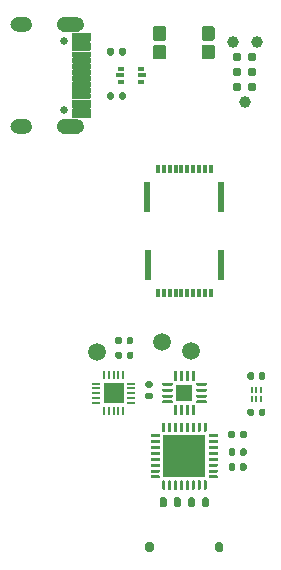
<source format=gts>
G04 #@! TF.GenerationSoftware,KiCad,Pcbnew,8.0.5-8.0.5-0~ubuntu20.04.1*
G04 #@! TF.CreationDate,2025-01-20T10:50:09+00:00*
G04 #@! TF.ProjectId,servo,73657276-6f2e-46b6-9963-61645f706362,rev?*
G04 #@! TF.SameCoordinates,Original*
G04 #@! TF.FileFunction,Soldermask,Top*
G04 #@! TF.FilePolarity,Negative*
%FSLAX46Y46*%
G04 Gerber Fmt 4.6, Leading zero omitted, Abs format (unit mm)*
G04 Created by KiCad (PCBNEW 8.0.5-8.0.5-0~ubuntu20.04.1) date 2025-01-20 10:50:09*
%MOMM*%
%LPD*%
G01*
G04 APERTURE LIST*
%ADD10C,0.000000*%
%ADD11R,0.350000X0.800000*%
%ADD12R,0.600000X2.600000*%
%ADD13C,1.500000*%
%ADD14R,3.600000X3.600000*%
%ADD15R,0.500000X0.375000*%
%ADD16R,0.650000X0.300000*%
%ADD17R,0.280000X0.530000*%
%ADD18R,1.450000X1.450000*%
%ADD19R,0.800000X0.200000*%
%ADD20R,0.200000X0.800000*%
%ADD21R,1.800000X1.800000*%
%ADD22C,0.650000*%
%ADD23C,0.990600*%
%ADD24C,0.787400*%
G04 APERTURE END LIST*
D10*
G36*
X36632909Y-18199006D02*
G01*
X36779688Y-18259092D01*
X36905915Y-18355119D01*
X37003193Y-18480811D01*
X37085691Y-18783666D01*
X37064289Y-18941178D01*
X37002987Y-19087455D01*
X36905915Y-19212881D01*
X36779688Y-19308908D01*
X36632909Y-19368994D01*
X36475917Y-19389000D01*
X35875262Y-19389000D01*
X35719715Y-19367860D01*
X35574645Y-19307057D01*
X35450255Y-19210780D01*
X35355022Y-19085588D01*
X35295435Y-18940015D01*
X35275560Y-18784000D01*
X35295435Y-18627985D01*
X35355022Y-18482412D01*
X35450255Y-18357220D01*
X35574911Y-18260737D01*
X35874931Y-18179000D01*
X36475917Y-18179000D01*
X36632909Y-18199006D01*
G37*
G36*
X36632909Y-26835006D02*
G01*
X36779688Y-26895092D01*
X36905915Y-26991119D01*
X37003193Y-27116811D01*
X37085691Y-27419666D01*
X37064289Y-27577178D01*
X37002987Y-27723455D01*
X36905915Y-27848881D01*
X36779688Y-27944908D01*
X36632909Y-28004994D01*
X36475917Y-28025000D01*
X35875262Y-28025000D01*
X35719715Y-28003860D01*
X35574645Y-27943057D01*
X35450255Y-27846780D01*
X35355022Y-27721588D01*
X35295435Y-27576015D01*
X35275560Y-27420000D01*
X35295435Y-27263985D01*
X35355022Y-27118412D01*
X35450255Y-26993220D01*
X35574911Y-26896737D01*
X35874931Y-26815000D01*
X36475917Y-26815000D01*
X36632909Y-26835006D01*
G37*
G36*
X41105795Y-18200684D02*
G01*
X41244026Y-18264354D01*
X41361066Y-18361632D01*
X41449137Y-18486161D01*
X41515652Y-18779669D01*
X41501664Y-18931350D01*
X41448942Y-19074114D01*
X41361066Y-19198368D01*
X41244026Y-19295646D01*
X41105795Y-19359316D01*
X40956026Y-19385000D01*
X39755152Y-19385000D01*
X39606826Y-19358178D01*
X39470306Y-19293791D01*
X39355103Y-19196264D01*
X39269067Y-19072243D01*
X39218062Y-18930181D01*
X39205583Y-18780000D01*
X39218062Y-18629819D01*
X39269067Y-18487757D01*
X39355103Y-18363736D01*
X39470562Y-18265991D01*
X39754819Y-18175000D01*
X40956026Y-18175000D01*
X41105795Y-18200684D01*
G37*
G36*
X41105795Y-26840684D02*
G01*
X41244026Y-26904354D01*
X41361066Y-27001632D01*
X41449137Y-27126161D01*
X41515652Y-27419669D01*
X41501664Y-27571350D01*
X41448942Y-27714114D01*
X41361066Y-27838368D01*
X41244026Y-27935646D01*
X41105795Y-27999316D01*
X40956026Y-28025000D01*
X39755152Y-28025000D01*
X39606826Y-27998178D01*
X39470306Y-27933791D01*
X39355103Y-27836264D01*
X39269067Y-27712243D01*
X39218062Y-27570181D01*
X39205583Y-27420000D01*
X39218062Y-27269819D01*
X39269067Y-27127757D01*
X39355103Y-27003736D01*
X39470562Y-26905991D01*
X39754819Y-26815000D01*
X40956026Y-26815000D01*
X41105795Y-26840684D01*
G37*
D11*
X47750000Y-41562500D03*
X48250000Y-41562500D03*
X48750000Y-41562500D03*
X49250000Y-41562500D03*
X49750000Y-41562500D03*
X50250000Y-41562500D03*
X50750000Y-41562500D03*
X51250000Y-41562500D03*
X51750000Y-41562500D03*
X52250000Y-41562500D03*
D12*
X53130000Y-39162500D03*
X46880000Y-39162500D03*
D13*
X48100000Y-45700000D03*
G36*
G01*
X51687500Y-52500000D02*
X51812500Y-52500000D01*
G75*
G02*
X51875000Y-52562500I0J-62500D01*
G01*
X51875000Y-53237500D01*
G75*
G02*
X51812500Y-53300000I-62500J0D01*
G01*
X51687500Y-53300000D01*
G75*
G02*
X51625000Y-53237500I0J62500D01*
G01*
X51625000Y-52562500D01*
G75*
G02*
X51687500Y-52500000I62500J0D01*
G01*
G37*
G36*
G01*
X51187500Y-52500000D02*
X51312500Y-52500000D01*
G75*
G02*
X51375000Y-52562500I0J-62500D01*
G01*
X51375000Y-53237500D01*
G75*
G02*
X51312500Y-53300000I-62500J0D01*
G01*
X51187500Y-53300000D01*
G75*
G02*
X51125000Y-53237500I0J62500D01*
G01*
X51125000Y-52562500D01*
G75*
G02*
X51187500Y-52500000I62500J0D01*
G01*
G37*
G36*
G01*
X50687500Y-52500000D02*
X50812500Y-52500000D01*
G75*
G02*
X50875000Y-52562500I0J-62500D01*
G01*
X50875000Y-53237500D01*
G75*
G02*
X50812500Y-53300000I-62500J0D01*
G01*
X50687500Y-53300000D01*
G75*
G02*
X50625000Y-53237500I0J62500D01*
G01*
X50625000Y-52562500D01*
G75*
G02*
X50687500Y-52500000I62500J0D01*
G01*
G37*
G36*
G01*
X50187500Y-52500000D02*
X50312500Y-52500000D01*
G75*
G02*
X50375000Y-52562500I0J-62500D01*
G01*
X50375000Y-53237500D01*
G75*
G02*
X50312500Y-53300000I-62500J0D01*
G01*
X50187500Y-53300000D01*
G75*
G02*
X50125000Y-53237500I0J62500D01*
G01*
X50125000Y-52562500D01*
G75*
G02*
X50187500Y-52500000I62500J0D01*
G01*
G37*
G36*
G01*
X49687500Y-52500000D02*
X49812500Y-52500000D01*
G75*
G02*
X49875000Y-52562500I0J-62500D01*
G01*
X49875000Y-53237500D01*
G75*
G02*
X49812500Y-53300000I-62500J0D01*
G01*
X49687500Y-53300000D01*
G75*
G02*
X49625000Y-53237500I0J62500D01*
G01*
X49625000Y-52562500D01*
G75*
G02*
X49687500Y-52500000I62500J0D01*
G01*
G37*
G36*
G01*
X49187500Y-52500000D02*
X49312500Y-52500000D01*
G75*
G02*
X49375000Y-52562500I0J-62500D01*
G01*
X49375000Y-53237500D01*
G75*
G02*
X49312500Y-53300000I-62500J0D01*
G01*
X49187500Y-53300000D01*
G75*
G02*
X49125000Y-53237500I0J62500D01*
G01*
X49125000Y-52562500D01*
G75*
G02*
X49187500Y-52500000I62500J0D01*
G01*
G37*
G36*
G01*
X48687500Y-52500000D02*
X48812500Y-52500000D01*
G75*
G02*
X48875000Y-52562500I0J-62500D01*
G01*
X48875000Y-53237500D01*
G75*
G02*
X48812500Y-53300000I-62500J0D01*
G01*
X48687500Y-53300000D01*
G75*
G02*
X48625000Y-53237500I0J62500D01*
G01*
X48625000Y-52562500D01*
G75*
G02*
X48687500Y-52500000I62500J0D01*
G01*
G37*
G36*
G01*
X48187500Y-52500000D02*
X48312500Y-52500000D01*
G75*
G02*
X48375000Y-52562500I0J-62500D01*
G01*
X48375000Y-53237500D01*
G75*
G02*
X48312500Y-53300000I-62500J0D01*
G01*
X48187500Y-53300000D01*
G75*
G02*
X48125000Y-53237500I0J62500D01*
G01*
X48125000Y-52562500D01*
G75*
G02*
X48187500Y-52500000I62500J0D01*
G01*
G37*
G36*
G01*
X47212500Y-53475000D02*
X47887500Y-53475000D01*
G75*
G02*
X47950000Y-53537500I0J-62500D01*
G01*
X47950000Y-53662500D01*
G75*
G02*
X47887500Y-53725000I-62500J0D01*
G01*
X47212500Y-53725000D01*
G75*
G02*
X47150000Y-53662500I0J62500D01*
G01*
X47150000Y-53537500D01*
G75*
G02*
X47212500Y-53475000I62500J0D01*
G01*
G37*
G36*
G01*
X47212500Y-53975000D02*
X47887500Y-53975000D01*
G75*
G02*
X47950000Y-54037500I0J-62500D01*
G01*
X47950000Y-54162500D01*
G75*
G02*
X47887500Y-54225000I-62500J0D01*
G01*
X47212500Y-54225000D01*
G75*
G02*
X47150000Y-54162500I0J62500D01*
G01*
X47150000Y-54037500D01*
G75*
G02*
X47212500Y-53975000I62500J0D01*
G01*
G37*
G36*
G01*
X47212500Y-54475000D02*
X47887500Y-54475000D01*
G75*
G02*
X47950000Y-54537500I0J-62500D01*
G01*
X47950000Y-54662500D01*
G75*
G02*
X47887500Y-54725000I-62500J0D01*
G01*
X47212500Y-54725000D01*
G75*
G02*
X47150000Y-54662500I0J62500D01*
G01*
X47150000Y-54537500D01*
G75*
G02*
X47212500Y-54475000I62500J0D01*
G01*
G37*
G36*
G01*
X47212500Y-54975000D02*
X47887500Y-54975000D01*
G75*
G02*
X47950000Y-55037500I0J-62500D01*
G01*
X47950000Y-55162500D01*
G75*
G02*
X47887500Y-55225000I-62500J0D01*
G01*
X47212500Y-55225000D01*
G75*
G02*
X47150000Y-55162500I0J62500D01*
G01*
X47150000Y-55037500D01*
G75*
G02*
X47212500Y-54975000I62500J0D01*
G01*
G37*
G36*
G01*
X47212500Y-55475000D02*
X47887500Y-55475000D01*
G75*
G02*
X47950000Y-55537500I0J-62500D01*
G01*
X47950000Y-55662500D01*
G75*
G02*
X47887500Y-55725000I-62500J0D01*
G01*
X47212500Y-55725000D01*
G75*
G02*
X47150000Y-55662500I0J62500D01*
G01*
X47150000Y-55537500D01*
G75*
G02*
X47212500Y-55475000I62500J0D01*
G01*
G37*
G36*
G01*
X47212500Y-55975000D02*
X47887500Y-55975000D01*
G75*
G02*
X47950000Y-56037500I0J-62500D01*
G01*
X47950000Y-56162500D01*
G75*
G02*
X47887500Y-56225000I-62500J0D01*
G01*
X47212500Y-56225000D01*
G75*
G02*
X47150000Y-56162500I0J62500D01*
G01*
X47150000Y-56037500D01*
G75*
G02*
X47212500Y-55975000I62500J0D01*
G01*
G37*
G36*
G01*
X47212500Y-56475000D02*
X47887500Y-56475000D01*
G75*
G02*
X47950000Y-56537500I0J-62500D01*
G01*
X47950000Y-56662500D01*
G75*
G02*
X47887500Y-56725000I-62500J0D01*
G01*
X47212500Y-56725000D01*
G75*
G02*
X47150000Y-56662500I0J62500D01*
G01*
X47150000Y-56537500D01*
G75*
G02*
X47212500Y-56475000I62500J0D01*
G01*
G37*
G36*
G01*
X47212500Y-56975000D02*
X47887500Y-56975000D01*
G75*
G02*
X47950000Y-57037500I0J-62500D01*
G01*
X47950000Y-57162500D01*
G75*
G02*
X47887500Y-57225000I-62500J0D01*
G01*
X47212500Y-57225000D01*
G75*
G02*
X47150000Y-57162500I0J62500D01*
G01*
X47150000Y-57037500D01*
G75*
G02*
X47212500Y-56975000I62500J0D01*
G01*
G37*
G36*
G01*
X48187500Y-57400000D02*
X48312500Y-57400000D01*
G75*
G02*
X48375000Y-57462500I0J-62500D01*
G01*
X48375000Y-58137500D01*
G75*
G02*
X48312500Y-58200000I-62500J0D01*
G01*
X48187500Y-58200000D01*
G75*
G02*
X48125000Y-58137500I0J62500D01*
G01*
X48125000Y-57462500D01*
G75*
G02*
X48187500Y-57400000I62500J0D01*
G01*
G37*
G36*
G01*
X48687500Y-57400000D02*
X48812500Y-57400000D01*
G75*
G02*
X48875000Y-57462500I0J-62500D01*
G01*
X48875000Y-58137500D01*
G75*
G02*
X48812500Y-58200000I-62500J0D01*
G01*
X48687500Y-58200000D01*
G75*
G02*
X48625000Y-58137500I0J62500D01*
G01*
X48625000Y-57462500D01*
G75*
G02*
X48687500Y-57400000I62500J0D01*
G01*
G37*
G36*
G01*
X49187500Y-57400000D02*
X49312500Y-57400000D01*
G75*
G02*
X49375000Y-57462500I0J-62500D01*
G01*
X49375000Y-58137500D01*
G75*
G02*
X49312500Y-58200000I-62500J0D01*
G01*
X49187500Y-58200000D01*
G75*
G02*
X49125000Y-58137500I0J62500D01*
G01*
X49125000Y-57462500D01*
G75*
G02*
X49187500Y-57400000I62500J0D01*
G01*
G37*
G36*
G01*
X49687500Y-57400000D02*
X49812500Y-57400000D01*
G75*
G02*
X49875000Y-57462500I0J-62500D01*
G01*
X49875000Y-58137500D01*
G75*
G02*
X49812500Y-58200000I-62500J0D01*
G01*
X49687500Y-58200000D01*
G75*
G02*
X49625000Y-58137500I0J62500D01*
G01*
X49625000Y-57462500D01*
G75*
G02*
X49687500Y-57400000I62500J0D01*
G01*
G37*
G36*
G01*
X50187500Y-57400000D02*
X50312500Y-57400000D01*
G75*
G02*
X50375000Y-57462500I0J-62500D01*
G01*
X50375000Y-58137500D01*
G75*
G02*
X50312500Y-58200000I-62500J0D01*
G01*
X50187500Y-58200000D01*
G75*
G02*
X50125000Y-58137500I0J62500D01*
G01*
X50125000Y-57462500D01*
G75*
G02*
X50187500Y-57400000I62500J0D01*
G01*
G37*
G36*
G01*
X50687500Y-57400000D02*
X50812500Y-57400000D01*
G75*
G02*
X50875000Y-57462500I0J-62500D01*
G01*
X50875000Y-58137500D01*
G75*
G02*
X50812500Y-58200000I-62500J0D01*
G01*
X50687500Y-58200000D01*
G75*
G02*
X50625000Y-58137500I0J62500D01*
G01*
X50625000Y-57462500D01*
G75*
G02*
X50687500Y-57400000I62500J0D01*
G01*
G37*
G36*
G01*
X51187500Y-57400000D02*
X51312500Y-57400000D01*
G75*
G02*
X51375000Y-57462500I0J-62500D01*
G01*
X51375000Y-58137500D01*
G75*
G02*
X51312500Y-58200000I-62500J0D01*
G01*
X51187500Y-58200000D01*
G75*
G02*
X51125000Y-58137500I0J62500D01*
G01*
X51125000Y-57462500D01*
G75*
G02*
X51187500Y-57400000I62500J0D01*
G01*
G37*
G36*
G01*
X51687500Y-57400000D02*
X51812500Y-57400000D01*
G75*
G02*
X51875000Y-57462500I0J-62500D01*
G01*
X51875000Y-58137500D01*
G75*
G02*
X51812500Y-58200000I-62500J0D01*
G01*
X51687500Y-58200000D01*
G75*
G02*
X51625000Y-58137500I0J62500D01*
G01*
X51625000Y-57462500D01*
G75*
G02*
X51687500Y-57400000I62500J0D01*
G01*
G37*
G36*
G01*
X52112500Y-56975000D02*
X52787500Y-56975000D01*
G75*
G02*
X52850000Y-57037500I0J-62500D01*
G01*
X52850000Y-57162500D01*
G75*
G02*
X52787500Y-57225000I-62500J0D01*
G01*
X52112500Y-57225000D01*
G75*
G02*
X52050000Y-57162500I0J62500D01*
G01*
X52050000Y-57037500D01*
G75*
G02*
X52112500Y-56975000I62500J0D01*
G01*
G37*
G36*
G01*
X52112500Y-56475000D02*
X52787500Y-56475000D01*
G75*
G02*
X52850000Y-56537500I0J-62500D01*
G01*
X52850000Y-56662500D01*
G75*
G02*
X52787500Y-56725000I-62500J0D01*
G01*
X52112500Y-56725000D01*
G75*
G02*
X52050000Y-56662500I0J62500D01*
G01*
X52050000Y-56537500D01*
G75*
G02*
X52112500Y-56475000I62500J0D01*
G01*
G37*
G36*
G01*
X52112500Y-55975000D02*
X52787500Y-55975000D01*
G75*
G02*
X52850000Y-56037500I0J-62500D01*
G01*
X52850000Y-56162500D01*
G75*
G02*
X52787500Y-56225000I-62500J0D01*
G01*
X52112500Y-56225000D01*
G75*
G02*
X52050000Y-56162500I0J62500D01*
G01*
X52050000Y-56037500D01*
G75*
G02*
X52112500Y-55975000I62500J0D01*
G01*
G37*
G36*
G01*
X52112500Y-55475000D02*
X52787500Y-55475000D01*
G75*
G02*
X52850000Y-55537500I0J-62500D01*
G01*
X52850000Y-55662500D01*
G75*
G02*
X52787500Y-55725000I-62500J0D01*
G01*
X52112500Y-55725000D01*
G75*
G02*
X52050000Y-55662500I0J62500D01*
G01*
X52050000Y-55537500D01*
G75*
G02*
X52112500Y-55475000I62500J0D01*
G01*
G37*
G36*
G01*
X52112500Y-54975000D02*
X52787500Y-54975000D01*
G75*
G02*
X52850000Y-55037500I0J-62500D01*
G01*
X52850000Y-55162500D01*
G75*
G02*
X52787500Y-55225000I-62500J0D01*
G01*
X52112500Y-55225000D01*
G75*
G02*
X52050000Y-55162500I0J62500D01*
G01*
X52050000Y-55037500D01*
G75*
G02*
X52112500Y-54975000I62500J0D01*
G01*
G37*
G36*
G01*
X52112500Y-54475000D02*
X52787500Y-54475000D01*
G75*
G02*
X52850000Y-54537500I0J-62500D01*
G01*
X52850000Y-54662500D01*
G75*
G02*
X52787500Y-54725000I-62500J0D01*
G01*
X52112500Y-54725000D01*
G75*
G02*
X52050000Y-54662500I0J62500D01*
G01*
X52050000Y-54537500D01*
G75*
G02*
X52112500Y-54475000I62500J0D01*
G01*
G37*
G36*
G01*
X52112500Y-53975000D02*
X52787500Y-53975000D01*
G75*
G02*
X52850000Y-54037500I0J-62500D01*
G01*
X52850000Y-54162500D01*
G75*
G02*
X52787500Y-54225000I-62500J0D01*
G01*
X52112500Y-54225000D01*
G75*
G02*
X52050000Y-54162500I0J62500D01*
G01*
X52050000Y-54037500D01*
G75*
G02*
X52112500Y-53975000I62500J0D01*
G01*
G37*
G36*
G01*
X52112500Y-53475000D02*
X52787500Y-53475000D01*
G75*
G02*
X52850000Y-53537500I0J-62500D01*
G01*
X52850000Y-53662500D01*
G75*
G02*
X52787500Y-53725000I-62500J0D01*
G01*
X52112500Y-53725000D01*
G75*
G02*
X52050000Y-53662500I0J62500D01*
G01*
X52050000Y-53537500D01*
G75*
G02*
X52112500Y-53475000I62500J0D01*
G01*
G37*
D14*
X50000000Y-55350000D03*
D15*
X46350000Y-23637500D03*
D16*
X46425000Y-23100000D03*
D15*
X46350000Y-22562500D03*
X44650000Y-22562500D03*
D16*
X44575000Y-23100000D03*
D15*
X44650000Y-23637500D03*
D17*
X55700000Y-50500000D03*
X56100000Y-50500000D03*
X56500000Y-50500000D03*
X56500000Y-49764000D03*
X56100000Y-49764000D03*
X55700000Y-49764000D03*
G36*
G01*
X55260000Y-56080000D02*
X55260000Y-56420000D01*
G75*
G02*
X55120000Y-56560000I-140000J0D01*
G01*
X54840000Y-56560000D01*
G75*
G02*
X54700000Y-56420000I0J140000D01*
G01*
X54700000Y-56080000D01*
G75*
G02*
X54840000Y-55940000I140000J0D01*
G01*
X55120000Y-55940000D01*
G75*
G02*
X55260000Y-56080000I0J-140000D01*
G01*
G37*
G36*
G01*
X54300000Y-56080000D02*
X54300000Y-56420000D01*
G75*
G02*
X54160000Y-56560000I-140000J0D01*
G01*
X53880000Y-56560000D01*
G75*
G02*
X53740000Y-56420000I0J140000D01*
G01*
X53740000Y-56080000D01*
G75*
G02*
X53880000Y-55940000I140000J0D01*
G01*
X54160000Y-55940000D01*
G75*
G02*
X54300000Y-56080000I0J-140000D01*
G01*
G37*
D13*
X42600000Y-46550000D03*
G36*
G01*
X47348400Y-21650000D02*
X47348400Y-20650000D01*
G75*
G02*
X47450000Y-20548400I101600J0D01*
G01*
X48350000Y-20548400D01*
G75*
G02*
X48451600Y-20650000I0J-101600D01*
G01*
X48451600Y-21650000D01*
G75*
G02*
X48350000Y-21751600I-101600J0D01*
G01*
X47450000Y-21751600D01*
G75*
G02*
X47348400Y-21650000I0J101600D01*
G01*
G37*
G36*
G01*
X51448400Y-21650000D02*
X51448400Y-20650000D01*
G75*
G02*
X51550000Y-20548400I101600J0D01*
G01*
X52450000Y-20548400D01*
G75*
G02*
X52551600Y-20650000I0J-101600D01*
G01*
X52551600Y-21650000D01*
G75*
G02*
X52450000Y-21751600I-101600J0D01*
G01*
X51550000Y-21751600D01*
G75*
G02*
X51448400Y-21650000I0J101600D01*
G01*
G37*
G36*
G01*
X51448400Y-20050000D02*
X51448400Y-19050000D01*
G75*
G02*
X51550000Y-18948400I101600J0D01*
G01*
X52450000Y-18948400D01*
G75*
G02*
X52551600Y-19050000I0J-101600D01*
G01*
X52551600Y-20050000D01*
G75*
G02*
X52450000Y-20151600I-101600J0D01*
G01*
X51550000Y-20151600D01*
G75*
G02*
X51448400Y-20050000I0J101600D01*
G01*
G37*
G36*
G01*
X47348400Y-20050000D02*
X47348400Y-19050000D01*
G75*
G02*
X47450000Y-18948400I101600J0D01*
G01*
X48350000Y-18948400D01*
G75*
G02*
X48451600Y-19050000I0J-101600D01*
G01*
X48451600Y-20050000D01*
G75*
G02*
X48350000Y-20151600I-101600J0D01*
G01*
X47450000Y-20151600D01*
G75*
G02*
X47348400Y-20050000I0J101600D01*
G01*
G37*
G36*
G01*
X56860000Y-51462000D02*
X56860000Y-51802000D01*
G75*
G02*
X56720000Y-51942000I-140000J0D01*
G01*
X56440000Y-51942000D01*
G75*
G02*
X56300000Y-51802000I0J140000D01*
G01*
X56300000Y-51462000D01*
G75*
G02*
X56440000Y-51322000I140000J0D01*
G01*
X56720000Y-51322000D01*
G75*
G02*
X56860000Y-51462000I0J-140000D01*
G01*
G37*
G36*
G01*
X55900000Y-51462000D02*
X55900000Y-51802000D01*
G75*
G02*
X55760000Y-51942000I-140000J0D01*
G01*
X55480000Y-51942000D01*
G75*
G02*
X55340000Y-51802000I0J140000D01*
G01*
X55340000Y-51462000D01*
G75*
G02*
X55480000Y-51322000I140000J0D01*
G01*
X55760000Y-51322000D01*
G75*
G02*
X55900000Y-51462000I0J-140000D01*
G01*
G37*
G36*
G01*
X49312500Y-51875000D02*
X49187500Y-51875000D01*
G75*
G02*
X49125000Y-51812500I0J62500D01*
G01*
X49125000Y-51062500D01*
G75*
G02*
X49187500Y-51000000I62500J0D01*
G01*
X49312500Y-51000000D01*
G75*
G02*
X49375000Y-51062500I0J-62500D01*
G01*
X49375000Y-51812500D01*
G75*
G02*
X49312500Y-51875000I-62500J0D01*
G01*
G37*
G36*
G01*
X49812500Y-51875000D02*
X49687500Y-51875000D01*
G75*
G02*
X49625000Y-51812500I0J62500D01*
G01*
X49625000Y-51062500D01*
G75*
G02*
X49687500Y-51000000I62500J0D01*
G01*
X49812500Y-51000000D01*
G75*
G02*
X49875000Y-51062500I0J-62500D01*
G01*
X49875000Y-51812500D01*
G75*
G02*
X49812500Y-51875000I-62500J0D01*
G01*
G37*
G36*
G01*
X50312500Y-51875000D02*
X50187500Y-51875000D01*
G75*
G02*
X50125000Y-51812500I0J62500D01*
G01*
X50125000Y-51062500D01*
G75*
G02*
X50187500Y-51000000I62500J0D01*
G01*
X50312500Y-51000000D01*
G75*
G02*
X50375000Y-51062500I0J-62500D01*
G01*
X50375000Y-51812500D01*
G75*
G02*
X50312500Y-51875000I-62500J0D01*
G01*
G37*
G36*
G01*
X50812500Y-51875000D02*
X50687500Y-51875000D01*
G75*
G02*
X50625000Y-51812500I0J62500D01*
G01*
X50625000Y-51062500D01*
G75*
G02*
X50687500Y-51000000I62500J0D01*
G01*
X50812500Y-51000000D01*
G75*
G02*
X50875000Y-51062500I0J-62500D01*
G01*
X50875000Y-51812500D01*
G75*
G02*
X50812500Y-51875000I-62500J0D01*
G01*
G37*
G36*
G01*
X51812500Y-50875000D02*
X51062500Y-50875000D01*
G75*
G02*
X51000000Y-50812500I0J62500D01*
G01*
X51000000Y-50687500D01*
G75*
G02*
X51062500Y-50625000I62500J0D01*
G01*
X51812500Y-50625000D01*
G75*
G02*
X51875000Y-50687500I0J-62500D01*
G01*
X51875000Y-50812500D01*
G75*
G02*
X51812500Y-50875000I-62500J0D01*
G01*
G37*
G36*
G01*
X51812500Y-50375000D02*
X51062500Y-50375000D01*
G75*
G02*
X51000000Y-50312500I0J62500D01*
G01*
X51000000Y-50187500D01*
G75*
G02*
X51062500Y-50125000I62500J0D01*
G01*
X51812500Y-50125000D01*
G75*
G02*
X51875000Y-50187500I0J-62500D01*
G01*
X51875000Y-50312500D01*
G75*
G02*
X51812500Y-50375000I-62500J0D01*
G01*
G37*
G36*
G01*
X51812500Y-49875000D02*
X51062500Y-49875000D01*
G75*
G02*
X51000000Y-49812500I0J62500D01*
G01*
X51000000Y-49687500D01*
G75*
G02*
X51062500Y-49625000I62500J0D01*
G01*
X51812500Y-49625000D01*
G75*
G02*
X51875000Y-49687500I0J-62500D01*
G01*
X51875000Y-49812500D01*
G75*
G02*
X51812500Y-49875000I-62500J0D01*
G01*
G37*
G36*
G01*
X51812500Y-49375000D02*
X51062500Y-49375000D01*
G75*
G02*
X51000000Y-49312500I0J62500D01*
G01*
X51000000Y-49187500D01*
G75*
G02*
X51062500Y-49125000I62500J0D01*
G01*
X51812500Y-49125000D01*
G75*
G02*
X51875000Y-49187500I0J-62500D01*
G01*
X51875000Y-49312500D01*
G75*
G02*
X51812500Y-49375000I-62500J0D01*
G01*
G37*
G36*
G01*
X50812500Y-49000000D02*
X50687500Y-49000000D01*
G75*
G02*
X50625000Y-48937500I0J62500D01*
G01*
X50625000Y-48187500D01*
G75*
G02*
X50687500Y-48125000I62500J0D01*
G01*
X50812500Y-48125000D01*
G75*
G02*
X50875000Y-48187500I0J-62500D01*
G01*
X50875000Y-48937500D01*
G75*
G02*
X50812500Y-49000000I-62500J0D01*
G01*
G37*
G36*
G01*
X50312500Y-49000000D02*
X50187500Y-49000000D01*
G75*
G02*
X50125000Y-48937500I0J62500D01*
G01*
X50125000Y-48187500D01*
G75*
G02*
X50187500Y-48125000I62500J0D01*
G01*
X50312500Y-48125000D01*
G75*
G02*
X50375000Y-48187500I0J-62500D01*
G01*
X50375000Y-48937500D01*
G75*
G02*
X50312500Y-49000000I-62500J0D01*
G01*
G37*
G36*
G01*
X49812500Y-49000000D02*
X49687500Y-49000000D01*
G75*
G02*
X49625000Y-48937500I0J62500D01*
G01*
X49625000Y-48187500D01*
G75*
G02*
X49687500Y-48125000I62500J0D01*
G01*
X49812500Y-48125000D01*
G75*
G02*
X49875000Y-48187500I0J-62500D01*
G01*
X49875000Y-48937500D01*
G75*
G02*
X49812500Y-49000000I-62500J0D01*
G01*
G37*
G36*
G01*
X49312500Y-49000000D02*
X49187500Y-49000000D01*
G75*
G02*
X49125000Y-48937500I0J62500D01*
G01*
X49125000Y-48187500D01*
G75*
G02*
X49187500Y-48125000I62500J0D01*
G01*
X49312500Y-48125000D01*
G75*
G02*
X49375000Y-48187500I0J-62500D01*
G01*
X49375000Y-48937500D01*
G75*
G02*
X49312500Y-49000000I-62500J0D01*
G01*
G37*
G36*
G01*
X48937500Y-49375000D02*
X48187500Y-49375000D01*
G75*
G02*
X48125000Y-49312500I0J62500D01*
G01*
X48125000Y-49187500D01*
G75*
G02*
X48187500Y-49125000I62500J0D01*
G01*
X48937500Y-49125000D01*
G75*
G02*
X49000000Y-49187500I0J-62500D01*
G01*
X49000000Y-49312500D01*
G75*
G02*
X48937500Y-49375000I-62500J0D01*
G01*
G37*
G36*
G01*
X48937500Y-49875000D02*
X48187500Y-49875000D01*
G75*
G02*
X48125000Y-49812500I0J62500D01*
G01*
X48125000Y-49687500D01*
G75*
G02*
X48187500Y-49625000I62500J0D01*
G01*
X48937500Y-49625000D01*
G75*
G02*
X49000000Y-49687500I0J-62500D01*
G01*
X49000000Y-49812500D01*
G75*
G02*
X48937500Y-49875000I-62500J0D01*
G01*
G37*
G36*
G01*
X48937500Y-50375000D02*
X48187500Y-50375000D01*
G75*
G02*
X48125000Y-50312500I0J62500D01*
G01*
X48125000Y-50187500D01*
G75*
G02*
X48187500Y-50125000I62500J0D01*
G01*
X48937500Y-50125000D01*
G75*
G02*
X49000000Y-50187500I0J-62500D01*
G01*
X49000000Y-50312500D01*
G75*
G02*
X48937500Y-50375000I-62500J0D01*
G01*
G37*
G36*
G01*
X48937500Y-50875000D02*
X48187500Y-50875000D01*
G75*
G02*
X48125000Y-50812500I0J62500D01*
G01*
X48125000Y-50687500D01*
G75*
G02*
X48187500Y-50625000I62500J0D01*
G01*
X48937500Y-50625000D01*
G75*
G02*
X49000000Y-50687500I0J-62500D01*
G01*
X49000000Y-50812500D01*
G75*
G02*
X48937500Y-50875000I-62500J0D01*
G01*
G37*
D18*
X50000000Y-50000000D03*
G36*
G01*
X47170000Y-50510000D02*
X46830000Y-50510000D01*
G75*
G02*
X46690000Y-50370000I0J140000D01*
G01*
X46690000Y-50090000D01*
G75*
G02*
X46830000Y-49950000I140000J0D01*
G01*
X47170000Y-49950000D01*
G75*
G02*
X47310000Y-50090000I0J-140000D01*
G01*
X47310000Y-50370000D01*
G75*
G02*
X47170000Y-50510000I-140000J0D01*
G01*
G37*
G36*
G01*
X47170000Y-49550000D02*
X46830000Y-49550000D01*
G75*
G02*
X46690000Y-49410000I0J140000D01*
G01*
X46690000Y-49130000D01*
G75*
G02*
X46830000Y-48990000I140000J0D01*
G01*
X47170000Y-48990000D01*
G75*
G02*
X47310000Y-49130000I0J-140000D01*
G01*
X47310000Y-49410000D01*
G75*
G02*
X47170000Y-49550000I-140000J0D01*
G01*
G37*
D19*
X42500000Y-49200000D03*
X42500000Y-49600000D03*
X42500000Y-50000000D03*
X42500000Y-50400000D03*
X42500000Y-50800000D03*
D20*
X43200000Y-51500000D03*
X43600000Y-51500000D03*
X44000000Y-51500000D03*
X44400000Y-51500000D03*
X44800000Y-51500000D03*
D19*
X45500000Y-50800000D03*
X45500000Y-50400000D03*
X45500000Y-50000000D03*
X45500000Y-49600000D03*
X45500000Y-49200000D03*
D20*
X44800000Y-48500000D03*
X44400000Y-48500000D03*
X44000000Y-48500000D03*
X43600000Y-48500000D03*
X43200000Y-48500000D03*
D21*
X44000000Y-50000000D03*
G36*
G01*
X55280000Y-53315000D02*
X55280000Y-53685000D01*
G75*
G02*
X55145000Y-53820000I-135000J0D01*
G01*
X54875000Y-53820000D01*
G75*
G02*
X54740000Y-53685000I0J135000D01*
G01*
X54740000Y-53315000D01*
G75*
G02*
X54875000Y-53180000I135000J0D01*
G01*
X55145000Y-53180000D01*
G75*
G02*
X55280000Y-53315000I0J-135000D01*
G01*
G37*
G36*
G01*
X54260000Y-53315000D02*
X54260000Y-53685000D01*
G75*
G02*
X54125000Y-53820000I-135000J0D01*
G01*
X53855000Y-53820000D01*
G75*
G02*
X53720000Y-53685000I0J135000D01*
G01*
X53720000Y-53315000D01*
G75*
G02*
X53855000Y-53180000I135000J0D01*
G01*
X54125000Y-53180000D01*
G75*
G02*
X54260000Y-53315000I0J-135000D01*
G01*
G37*
D22*
X39830600Y-20210000D03*
X39830600Y-25990000D03*
G36*
G01*
X42000600Y-22101600D02*
X40550600Y-22101600D01*
G75*
G02*
X40449000Y-22000000I0J101600D01*
G01*
X40449000Y-21700000D01*
G75*
G02*
X40550600Y-21598400I101600J0D01*
G01*
X42000600Y-21598400D01*
G75*
G02*
X42102200Y-21700000I0J-101600D01*
G01*
X42102200Y-22000000D01*
G75*
G02*
X42000600Y-22101600I-101600J0D01*
G01*
G37*
G36*
G01*
X42000600Y-23101600D02*
X40550600Y-23101600D01*
G75*
G02*
X40449000Y-23000000I0J101600D01*
G01*
X40449000Y-22700000D01*
G75*
G02*
X40550600Y-22598400I101600J0D01*
G01*
X42000600Y-22598400D01*
G75*
G02*
X42102200Y-22700000I0J-101600D01*
G01*
X42102200Y-23000000D01*
G75*
G02*
X42000600Y-23101600I-101600J0D01*
G01*
G37*
G36*
G01*
X40550600Y-23098400D02*
X42000600Y-23098400D01*
G75*
G02*
X42102200Y-23200000I0J-101600D01*
G01*
X42102200Y-23500000D01*
G75*
G02*
X42000600Y-23601600I-101600J0D01*
G01*
X40550600Y-23601600D01*
G75*
G02*
X40449000Y-23500000I0J101600D01*
G01*
X40449000Y-23200000D01*
G75*
G02*
X40550600Y-23098400I101600J0D01*
G01*
G37*
G36*
G01*
X40550600Y-24098400D02*
X42000600Y-24098400D01*
G75*
G02*
X42102200Y-24200000I0J-101600D01*
G01*
X42102200Y-24500000D01*
G75*
G02*
X42000600Y-24601600I-101600J0D01*
G01*
X40550600Y-24601600D01*
G75*
G02*
X40449000Y-24500000I0J101600D01*
G01*
X40449000Y-24200000D01*
G75*
G02*
X40550600Y-24098400I101600J0D01*
G01*
G37*
G36*
G01*
X40550600Y-24598400D02*
X42000600Y-24598400D01*
G75*
G02*
X42102200Y-24700000I0J-101600D01*
G01*
X42102200Y-25000000D01*
G75*
G02*
X42000600Y-25101600I-101600J0D01*
G01*
X40550600Y-25101600D01*
G75*
G02*
X40449000Y-25000000I0J101600D01*
G01*
X40449000Y-24700000D01*
G75*
G02*
X40550600Y-24598400I101600J0D01*
G01*
G37*
G36*
G01*
X40550600Y-23598400D02*
X42000600Y-23598400D01*
G75*
G02*
X42102200Y-23700000I0J-101600D01*
G01*
X42102200Y-24000000D01*
G75*
G02*
X42000600Y-24101600I-101600J0D01*
G01*
X40550600Y-24101600D01*
G75*
G02*
X40449000Y-24000000I0J101600D01*
G01*
X40449000Y-23700000D01*
G75*
G02*
X40550600Y-23598400I101600J0D01*
G01*
G37*
G36*
G01*
X42000600Y-22601600D02*
X40550600Y-22601600D01*
G75*
G02*
X40449000Y-22500000I0J101600D01*
G01*
X40449000Y-22200000D01*
G75*
G02*
X40550600Y-22098400I101600J0D01*
G01*
X42000600Y-22098400D01*
G75*
G02*
X42102200Y-22200000I0J-101600D01*
G01*
X42102200Y-22500000D01*
G75*
G02*
X42000600Y-22601600I-101600J0D01*
G01*
G37*
G36*
G01*
X42000600Y-21601600D02*
X40550600Y-21601600D01*
G75*
G02*
X40449000Y-21500000I0J101600D01*
G01*
X40449000Y-21200000D01*
G75*
G02*
X40550600Y-21098400I101600J0D01*
G01*
X42000600Y-21098400D01*
G75*
G02*
X42102200Y-21200000I0J-101600D01*
G01*
X42102200Y-21500000D01*
G75*
G02*
X42000600Y-21601600I-101600J0D01*
G01*
G37*
G36*
G01*
X42000600Y-20276600D02*
X40550600Y-20276600D01*
G75*
G02*
X40449000Y-20175000I0J101600D01*
G01*
X40449000Y-19575000D01*
G75*
G02*
X40550600Y-19473400I101600J0D01*
G01*
X42000600Y-19473400D01*
G75*
G02*
X42102200Y-19575000I0J-101600D01*
G01*
X42102200Y-20175000D01*
G75*
G02*
X42000600Y-20276600I-101600J0D01*
G01*
G37*
G36*
G01*
X40550600Y-25923400D02*
X42000600Y-25923400D01*
G75*
G02*
X42102200Y-26025000I0J-101600D01*
G01*
X42102200Y-26625000D01*
G75*
G02*
X42000600Y-26726600I-101600J0D01*
G01*
X40550600Y-26726600D01*
G75*
G02*
X40449000Y-26625000I0J101600D01*
G01*
X40449000Y-26025000D01*
G75*
G02*
X40550600Y-25923400I101600J0D01*
G01*
G37*
G36*
G01*
X40910600Y-19381600D02*
X39810600Y-19381600D01*
G75*
G02*
X39209000Y-18780000I0J601600D01*
G01*
X39209000Y-18780000D01*
G75*
G02*
X39810600Y-18178400I601600J0D01*
G01*
X40910600Y-18178400D01*
G75*
G02*
X41512200Y-18780000I0J-601600D01*
G01*
X41512200Y-18780000D01*
G75*
G02*
X40910600Y-19381600I-601600J0D01*
G01*
G37*
G36*
G01*
X36480600Y-19381600D02*
X35880600Y-19381600D01*
G75*
G02*
X35279000Y-18780000I0J601600D01*
G01*
X35279000Y-18780000D01*
G75*
G02*
X35880600Y-18178400I601600J0D01*
G01*
X36480600Y-18178400D01*
G75*
G02*
X37082200Y-18780000I0J-601600D01*
G01*
X37082200Y-18780000D01*
G75*
G02*
X36480600Y-19381600I-601600J0D01*
G01*
G37*
G36*
G01*
X40910600Y-28021600D02*
X39810600Y-28021600D01*
G75*
G02*
X39209000Y-27420000I0J601600D01*
G01*
X39209000Y-27420000D01*
G75*
G02*
X39810600Y-26818400I601600J0D01*
G01*
X40910600Y-26818400D01*
G75*
G02*
X41512200Y-27420000I0J-601600D01*
G01*
X41512200Y-27420000D01*
G75*
G02*
X40910600Y-28021600I-601600J0D01*
G01*
G37*
G36*
G01*
X36480600Y-28021600D02*
X35880600Y-28021600D01*
G75*
G02*
X35279000Y-27420000I0J601600D01*
G01*
X35279000Y-27420000D01*
G75*
G02*
X35880600Y-26818400I601600J0D01*
G01*
X36480600Y-26818400D01*
G75*
G02*
X37082200Y-27420000I0J-601600D01*
G01*
X37082200Y-27420000D01*
G75*
G02*
X36480600Y-28021600I-601600J0D01*
G01*
G37*
G36*
G01*
X42000600Y-21026600D02*
X40550600Y-21026600D01*
G75*
G02*
X40449000Y-20925000I0J101600D01*
G01*
X40449000Y-20375000D01*
G75*
G02*
X40550600Y-20273400I101600J0D01*
G01*
X42000600Y-20273400D01*
G75*
G02*
X42102200Y-20375000I0J-101600D01*
G01*
X42102200Y-20925000D01*
G75*
G02*
X42000600Y-21026600I-101600J0D01*
G01*
G37*
G36*
G01*
X40550600Y-25173400D02*
X42000600Y-25173400D01*
G75*
G02*
X42102200Y-25275000I0J-101600D01*
G01*
X42102200Y-25825000D01*
G75*
G02*
X42000600Y-25926600I-101600J0D01*
G01*
X40550600Y-25926600D01*
G75*
G02*
X40449000Y-25825000I0J101600D01*
G01*
X40449000Y-25275000D01*
G75*
G02*
X40550600Y-25173400I101600J0D01*
G01*
G37*
D13*
X50600000Y-46400000D03*
D11*
X52250000Y-30987500D03*
X51750000Y-30987500D03*
X51250000Y-30987500D03*
X50750000Y-30987500D03*
X50250000Y-30987500D03*
X49750000Y-30987500D03*
X49250000Y-30987500D03*
X48750000Y-30987500D03*
X48250000Y-30987500D03*
X47750000Y-30987500D03*
D12*
X46870000Y-33387500D03*
X53120000Y-33387500D03*
G36*
G01*
X44160000Y-46970000D02*
X44160000Y-46630000D01*
G75*
G02*
X44300000Y-46490000I140000J0D01*
G01*
X44580000Y-46490000D01*
G75*
G02*
X44720000Y-46630000I0J-140000D01*
G01*
X44720000Y-46970000D01*
G75*
G02*
X44580000Y-47110000I-140000J0D01*
G01*
X44300000Y-47110000D01*
G75*
G02*
X44160000Y-46970000I0J140000D01*
G01*
G37*
G36*
G01*
X45120000Y-46970000D02*
X45120000Y-46630000D01*
G75*
G02*
X45260000Y-46490000I140000J0D01*
G01*
X45540000Y-46490000D01*
G75*
G02*
X45680000Y-46630000I0J-140000D01*
G01*
X45680000Y-46970000D01*
G75*
G02*
X45540000Y-47110000I-140000J0D01*
G01*
X45260000Y-47110000D01*
G75*
G02*
X45120000Y-46970000I0J140000D01*
G01*
G37*
G36*
G01*
X56860000Y-48380000D02*
X56860000Y-48720000D01*
G75*
G02*
X56720000Y-48860000I-140000J0D01*
G01*
X56440000Y-48860000D01*
G75*
G02*
X56300000Y-48720000I0J140000D01*
G01*
X56300000Y-48380000D01*
G75*
G02*
X56440000Y-48240000I140000J0D01*
G01*
X56720000Y-48240000D01*
G75*
G02*
X56860000Y-48380000I0J-140000D01*
G01*
G37*
G36*
G01*
X55900000Y-48380000D02*
X55900000Y-48720000D01*
G75*
G02*
X55760000Y-48860000I-140000J0D01*
G01*
X55480000Y-48860000D01*
G75*
G02*
X55340000Y-48720000I0J140000D01*
G01*
X55340000Y-48380000D01*
G75*
G02*
X55480000Y-48240000I140000J0D01*
G01*
X55760000Y-48240000D01*
G75*
G02*
X55900000Y-48380000I0J-140000D01*
G01*
G37*
G36*
G01*
X44490000Y-21285000D02*
X44490000Y-20915000D01*
G75*
G02*
X44625000Y-20780000I135000J0D01*
G01*
X44895000Y-20780000D01*
G75*
G02*
X45030000Y-20915000I0J-135000D01*
G01*
X45030000Y-21285000D01*
G75*
G02*
X44895000Y-21420000I-135000J0D01*
G01*
X44625000Y-21420000D01*
G75*
G02*
X44490000Y-21285000I0J135000D01*
G01*
G37*
G36*
G01*
X43470000Y-21285000D02*
X43470000Y-20915000D01*
G75*
G02*
X43605000Y-20780000I135000J0D01*
G01*
X43875000Y-20780000D01*
G75*
G02*
X44010000Y-20915000I0J-135000D01*
G01*
X44010000Y-21285000D01*
G75*
G02*
X43875000Y-21420000I-135000J0D01*
G01*
X43605000Y-21420000D01*
G75*
G02*
X43470000Y-21285000I0J135000D01*
G01*
G37*
G36*
G01*
X53740000Y-55170000D02*
X53740000Y-54830000D01*
G75*
G02*
X53880000Y-54690000I140000J0D01*
G01*
X54160000Y-54690000D01*
G75*
G02*
X54300000Y-54830000I0J-140000D01*
G01*
X54300000Y-55170000D01*
G75*
G02*
X54160000Y-55310000I-140000J0D01*
G01*
X53880000Y-55310000D01*
G75*
G02*
X53740000Y-55170000I0J140000D01*
G01*
G37*
G36*
G01*
X54700000Y-55170000D02*
X54700000Y-54830000D01*
G75*
G02*
X54840000Y-54690000I140000J0D01*
G01*
X55120000Y-54690000D01*
G75*
G02*
X55260000Y-54830000I0J-140000D01*
G01*
X55260000Y-55170000D01*
G75*
G02*
X55120000Y-55310000I-140000J0D01*
G01*
X54840000Y-55310000D01*
G75*
G02*
X54700000Y-55170000I0J140000D01*
G01*
G37*
G36*
G01*
X44490000Y-25035000D02*
X44490000Y-24665000D01*
G75*
G02*
X44625000Y-24530000I135000J0D01*
G01*
X44895000Y-24530000D01*
G75*
G02*
X45030000Y-24665000I0J-135000D01*
G01*
X45030000Y-25035000D01*
G75*
G02*
X44895000Y-25170000I-135000J0D01*
G01*
X44625000Y-25170000D01*
G75*
G02*
X44490000Y-25035000I0J135000D01*
G01*
G37*
G36*
G01*
X43470000Y-25035000D02*
X43470000Y-24665000D01*
G75*
G02*
X43605000Y-24530000I135000J0D01*
G01*
X43875000Y-24530000D01*
G75*
G02*
X44010000Y-24665000I0J-135000D01*
G01*
X44010000Y-25035000D01*
G75*
G02*
X43875000Y-25170000I-135000J0D01*
G01*
X43605000Y-25170000D01*
G75*
G02*
X43470000Y-25035000I0J135000D01*
G01*
G37*
D23*
X55115000Y-25390000D03*
X54099000Y-20310000D03*
X56131000Y-20310000D03*
D24*
X55750000Y-24120000D03*
X54480000Y-24120000D03*
X55750000Y-22850000D03*
X54480000Y-22850000D03*
X55750000Y-21580000D03*
X54480000Y-21580000D03*
G36*
G01*
X47900000Y-59534277D02*
X47900000Y-58984277D01*
G75*
G02*
X48050000Y-58834277I150000J0D01*
G01*
X48350000Y-58834277D01*
G75*
G02*
X48500000Y-58984277I0J-150000D01*
G01*
X48500000Y-59534277D01*
G75*
G02*
X48350000Y-59684277I-150000J0D01*
G01*
X48050000Y-59684277D01*
G75*
G02*
X47900000Y-59534277I0J150000D01*
G01*
G37*
G36*
G01*
X49100000Y-59534277D02*
X49100000Y-58984277D01*
G75*
G02*
X49250000Y-58834277I150000J0D01*
G01*
X49550000Y-58834277D01*
G75*
G02*
X49700000Y-58984277I0J-150000D01*
G01*
X49700000Y-59534277D01*
G75*
G02*
X49550000Y-59684277I-150000J0D01*
G01*
X49250000Y-59684277D01*
G75*
G02*
X49100000Y-59534277I0J150000D01*
G01*
G37*
G36*
G01*
X50300000Y-59534277D02*
X50300000Y-58984277D01*
G75*
G02*
X50450000Y-58834277I150000J0D01*
G01*
X50750000Y-58834277D01*
G75*
G02*
X50900000Y-58984277I0J-150000D01*
G01*
X50900000Y-59534277D01*
G75*
G02*
X50750000Y-59684277I-150000J0D01*
G01*
X50450000Y-59684277D01*
G75*
G02*
X50300000Y-59534277I0J150000D01*
G01*
G37*
G36*
G01*
X51500000Y-59534277D02*
X51500000Y-58984277D01*
G75*
G02*
X51650000Y-58834277I150000J0D01*
G01*
X51950000Y-58834277D01*
G75*
G02*
X52100000Y-58984277I0J-150000D01*
G01*
X52100000Y-59534277D01*
G75*
G02*
X51950000Y-59684277I-150000J0D01*
G01*
X51650000Y-59684277D01*
G75*
G02*
X51500000Y-59534277I0J150000D01*
G01*
G37*
G36*
G01*
X46700000Y-63259277D02*
X46700000Y-62809277D01*
G75*
G02*
X46875000Y-62634277I175000J0D01*
G01*
X47225000Y-62634277D01*
G75*
G02*
X47400000Y-62809277I0J-175000D01*
G01*
X47400000Y-63259277D01*
G75*
G02*
X47225000Y-63434277I-175000J0D01*
G01*
X46875000Y-63434277D01*
G75*
G02*
X46700000Y-63259277I0J175000D01*
G01*
G37*
G36*
G01*
X52600000Y-63259277D02*
X52600000Y-62809277D01*
G75*
G02*
X52775000Y-62634277I175000J0D01*
G01*
X53125000Y-62634277D01*
G75*
G02*
X53300000Y-62809277I0J-175000D01*
G01*
X53300000Y-63259277D01*
G75*
G02*
X53125000Y-63434277I-175000J0D01*
G01*
X52775000Y-63434277D01*
G75*
G02*
X52600000Y-63259277I0J175000D01*
G01*
G37*
G36*
G01*
X45660000Y-45380000D02*
X45660000Y-45720000D01*
G75*
G02*
X45520000Y-45860000I-140000J0D01*
G01*
X45240000Y-45860000D01*
G75*
G02*
X45100000Y-45720000I0J140000D01*
G01*
X45100000Y-45380000D01*
G75*
G02*
X45240000Y-45240000I140000J0D01*
G01*
X45520000Y-45240000D01*
G75*
G02*
X45660000Y-45380000I0J-140000D01*
G01*
G37*
G36*
G01*
X44700000Y-45380000D02*
X44700000Y-45720000D01*
G75*
G02*
X44560000Y-45860000I-140000J0D01*
G01*
X44280000Y-45860000D01*
G75*
G02*
X44140000Y-45720000I0J140000D01*
G01*
X44140000Y-45380000D01*
G75*
G02*
X44280000Y-45240000I140000J0D01*
G01*
X44560000Y-45240000D01*
G75*
G02*
X44700000Y-45380000I0J-140000D01*
G01*
G37*
M02*

</source>
